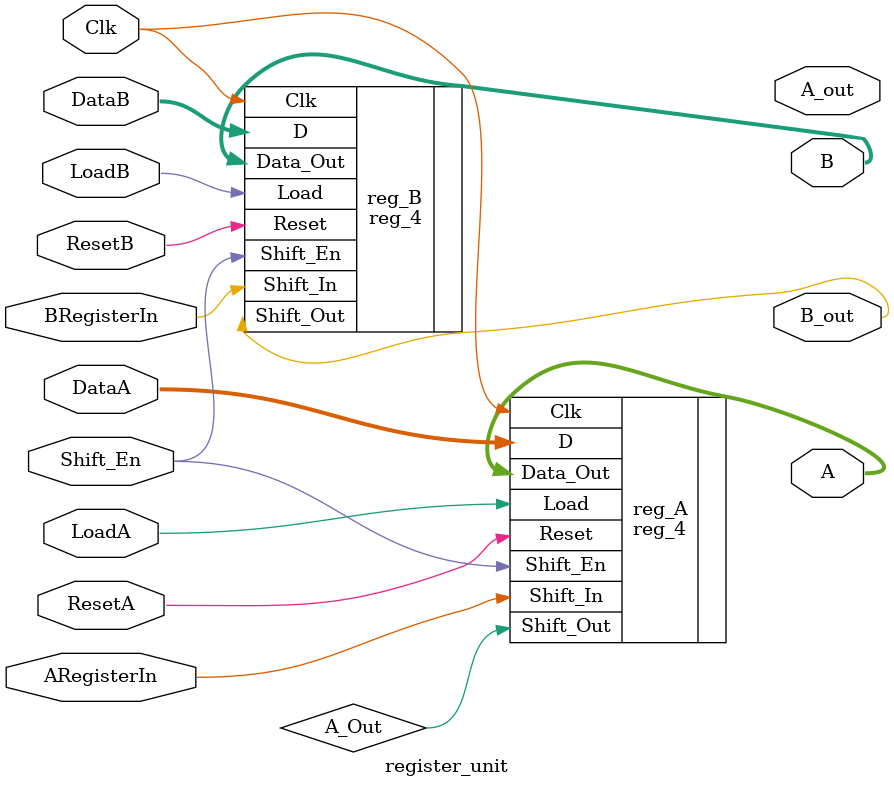
<source format=sv>
module register_unit (
      input  logic ARegisterIn, BRegisterIn, LoadA, LoadB, Clk, ResetA, ResetB, Shift_En,
      input  logic [7:0]  DataA, DataB,
      output logic A_out, B_out, 
      output logic [7:0]  A, B);


    reg_4  reg_A (.Clk, .Reset(ResetA), .Shift_In(ARegisterIn), .Load(LoadA),
	               .Shift_En, .D(DataA), .Shift_Out(A_Out), .Data_Out(A));
    reg_4  reg_B (.Clk, .Reset(ResetB), .Shift_In(BRegisterIn), .Load(LoadB),
	               .Shift_En, .D(DataB), .Shift_Out(B_out), .Data_Out(B));

endmodule
</source>
